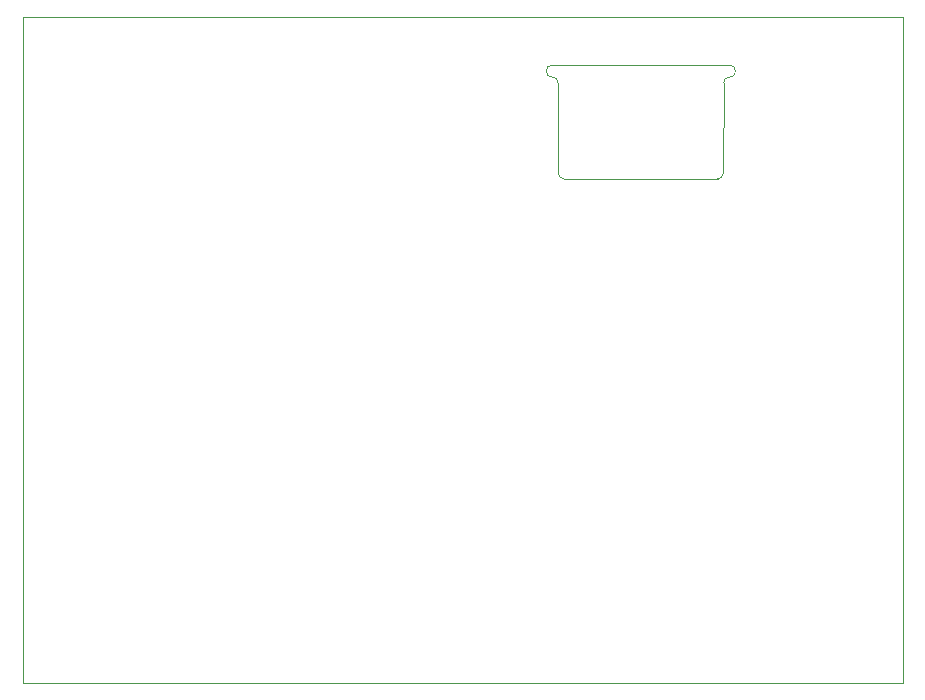
<source format=gbr>
%TF.GenerationSoftware,KiCad,Pcbnew,8.0.4-8.0.4-0~ubuntu22.04.1*%
%TF.CreationDate,2024-07-18T12:57:02-06:00*%
%TF.ProjectId,PowerBook,506f7765-7242-46f6-9f6b-2e6b69636164,rev?*%
%TF.SameCoordinates,Original*%
%TF.FileFunction,Profile,NP*%
%FSLAX46Y46*%
G04 Gerber Fmt 4.6, Leading zero omitted, Abs format (unit mm)*
G04 Created by KiCad (PCBNEW 8.0.4-8.0.4-0~ubuntu22.04.1) date 2024-07-18 12:57:02*
%MOMM*%
%LPD*%
G01*
G04 APERTURE LIST*
%TA.AperFunction,Profile*%
%ADD10C,0.100000*%
%TD*%
G04 APERTURE END LIST*
D10*
X100076000Y-128422400D02*
X100076000Y-72085200D01*
X174574200Y-128422400D02*
X100076000Y-128422400D01*
X174574200Y-72085200D02*
X174574200Y-128422400D01*
X100076000Y-72085200D02*
X174574200Y-72085200D01*
%TO.C,RP1*%
X144925400Y-76136200D02*
X159925400Y-76146200D01*
X145415400Y-85256200D02*
X145415400Y-77646200D01*
X158915400Y-85756200D02*
X145915400Y-85756200D01*
X159425400Y-77646200D02*
X159415400Y-85256200D01*
X144425400Y-76636200D02*
G75*
G02*
X144925400Y-76136200I436800J63200D01*
G01*
X144925400Y-77136200D02*
G75*
G02*
X144425400Y-76636200I-63200J436800D01*
G01*
X144925400Y-77136200D02*
G75*
G02*
X145415408Y-77646200I-20400J-510000D01*
G01*
X145915400Y-85756200D02*
G75*
G02*
X145415400Y-85256200I0J500000D01*
G01*
X159415400Y-85256200D02*
G75*
G02*
X158915400Y-85756200I-500001J1D01*
G01*
X159425400Y-77646200D02*
G75*
G02*
X159925400Y-77146200I436801J63199D01*
G01*
X159925400Y-76146200D02*
G75*
G02*
X160425400Y-76646200I63194J-436806D01*
G01*
X160425400Y-76646200D02*
G75*
G02*
X159925400Y-77146200I-436801J-63199D01*
G01*
%TD*%
M02*

</source>
